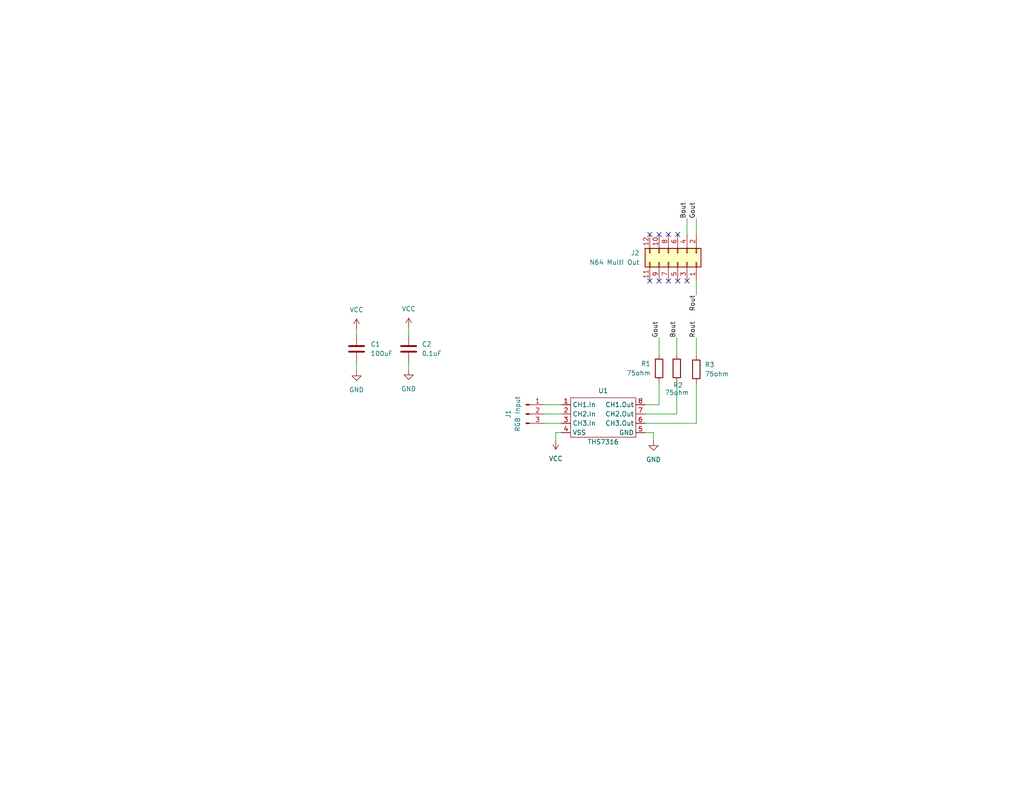
<source format=kicad_sch>
(kicad_sch (version 20230121) (generator eeschema)

  (uuid 41c0d797-cc42-4800-ae43-8325aa0e13f7)

  (paper "USLetter")

  (title_block
    (title "N64 RGB Bypass Amp")
    (date "2023-07-29")
    (rev "v1.0")
  )

  (lib_symbols
    (symbol "Connector:Conn_01x03_Pin" (pin_names (offset 1.016) hide) (in_bom yes) (on_board yes)
      (property "Reference" "J" (at 0 5.08 0)
        (effects (font (size 1.27 1.27)))
      )
      (property "Value" "Conn_01x03_Pin" (at 0 -5.08 0)
        (effects (font (size 1.27 1.27)))
      )
      (property "Footprint" "" (at 0 0 0)
        (effects (font (size 1.27 1.27)) hide)
      )
      (property "Datasheet" "~" (at 0 0 0)
        (effects (font (size 1.27 1.27)) hide)
      )
      (property "ki_locked" "" (at 0 0 0)
        (effects (font (size 1.27 1.27)))
      )
      (property "ki_keywords" "connector" (at 0 0 0)
        (effects (font (size 1.27 1.27)) hide)
      )
      (property "ki_description" "Generic connector, single row, 01x03, script generated" (at 0 0 0)
        (effects (font (size 1.27 1.27)) hide)
      )
      (property "ki_fp_filters" "Connector*:*_1x??_*" (at 0 0 0)
        (effects (font (size 1.27 1.27)) hide)
      )
      (symbol "Conn_01x03_Pin_1_1"
        (polyline
          (pts
            (xy 1.27 -2.54)
            (xy 0.8636 -2.54)
          )
          (stroke (width 0.1524) (type default))
          (fill (type none))
        )
        (polyline
          (pts
            (xy 1.27 0)
            (xy 0.8636 0)
          )
          (stroke (width 0.1524) (type default))
          (fill (type none))
        )
        (polyline
          (pts
            (xy 1.27 2.54)
            (xy 0.8636 2.54)
          )
          (stroke (width 0.1524) (type default))
          (fill (type none))
        )
        (rectangle (start 0.8636 -2.413) (end 0 -2.667)
          (stroke (width 0.1524) (type default))
          (fill (type outline))
        )
        (rectangle (start 0.8636 0.127) (end 0 -0.127)
          (stroke (width 0.1524) (type default))
          (fill (type outline))
        )
        (rectangle (start 0.8636 2.667) (end 0 2.413)
          (stroke (width 0.1524) (type default))
          (fill (type outline))
        )
        (pin passive line (at 5.08 2.54 180) (length 3.81)
          (name "Pin_1" (effects (font (size 1.27 1.27))))
          (number "1" (effects (font (size 1.27 1.27))))
        )
        (pin passive line (at 5.08 0 180) (length 3.81)
          (name "Pin_2" (effects (font (size 1.27 1.27))))
          (number "2" (effects (font (size 1.27 1.27))))
        )
        (pin passive line (at 5.08 -2.54 180) (length 3.81)
          (name "Pin_3" (effects (font (size 1.27 1.27))))
          (number "3" (effects (font (size 1.27 1.27))))
        )
      )
    )
    (symbol "Connector_Generic:Conn_02x06_Odd_Even" (pin_names (offset 1.016) hide) (in_bom yes) (on_board yes)
      (property "Reference" "J" (at 1.27 7.62 0)
        (effects (font (size 1.27 1.27)))
      )
      (property "Value" "Conn_02x06_Odd_Even" (at 1.27 -10.16 0)
        (effects (font (size 1.27 1.27)))
      )
      (property "Footprint" "" (at 0 0 0)
        (effects (font (size 1.27 1.27)) hide)
      )
      (property "Datasheet" "~" (at 0 0 0)
        (effects (font (size 1.27 1.27)) hide)
      )
      (property "ki_keywords" "connector" (at 0 0 0)
        (effects (font (size 1.27 1.27)) hide)
      )
      (property "ki_description" "Generic connector, double row, 02x06, odd/even pin numbering scheme (row 1 odd numbers, row 2 even numbers), script generated (kicad-library-utils/schlib/autogen/connector/)" (at 0 0 0)
        (effects (font (size 1.27 1.27)) hide)
      )
      (property "ki_fp_filters" "Connector*:*_2x??_*" (at 0 0 0)
        (effects (font (size 1.27 1.27)) hide)
      )
      (symbol "Conn_02x06_Odd_Even_1_1"
        (rectangle (start -1.27 -7.493) (end 0 -7.747)
          (stroke (width 0.1524) (type default))
          (fill (type none))
        )
        (rectangle (start -1.27 -4.953) (end 0 -5.207)
          (stroke (width 0.1524) (type default))
          (fill (type none))
        )
        (rectangle (start -1.27 -2.413) (end 0 -2.667)
          (stroke (width 0.1524) (type default))
          (fill (type none))
        )
        (rectangle (start -1.27 0.127) (end 0 -0.127)
          (stroke (width 0.1524) (type default))
          (fill (type none))
        )
        (rectangle (start -1.27 2.667) (end 0 2.413)
          (stroke (width 0.1524) (type default))
          (fill (type none))
        )
        (rectangle (start -1.27 5.207) (end 0 4.953)
          (stroke (width 0.1524) (type default))
          (fill (type none))
        )
        (rectangle (start -1.27 6.35) (end 3.81 -8.89)
          (stroke (width 0.254) (type default))
          (fill (type background))
        )
        (rectangle (start 3.81 -7.493) (end 2.54 -7.747)
          (stroke (width 0.1524) (type default))
          (fill (type none))
        )
        (rectangle (start 3.81 -4.953) (end 2.54 -5.207)
          (stroke (width 0.1524) (type default))
          (fill (type none))
        )
        (rectangle (start 3.81 -2.413) (end 2.54 -2.667)
          (stroke (width 0.1524) (type default))
          (fill (type none))
        )
        (rectangle (start 3.81 0.127) (end 2.54 -0.127)
          (stroke (width 0.1524) (type default))
          (fill (type none))
        )
        (rectangle (start 3.81 2.667) (end 2.54 2.413)
          (stroke (width 0.1524) (type default))
          (fill (type none))
        )
        (rectangle (start 3.81 5.207) (end 2.54 4.953)
          (stroke (width 0.1524) (type default))
          (fill (type none))
        )
        (pin passive line (at -5.08 5.08 0) (length 3.81)
          (name "Pin_1" (effects (font (size 1.27 1.27))))
          (number "1" (effects (font (size 1.27 1.27))))
        )
        (pin passive line (at 7.62 -5.08 180) (length 3.81)
          (name "Pin_10" (effects (font (size 1.27 1.27))))
          (number "10" (effects (font (size 1.27 1.27))))
        )
        (pin passive line (at -5.08 -7.62 0) (length 3.81)
          (name "Pin_11" (effects (font (size 1.27 1.27))))
          (number "11" (effects (font (size 1.27 1.27))))
        )
        (pin passive line (at 7.62 -7.62 180) (length 3.81)
          (name "Pin_12" (effects (font (size 1.27 1.27))))
          (number "12" (effects (font (size 1.27 1.27))))
        )
        (pin passive line (at 7.62 5.08 180) (length 3.81)
          (name "Pin_2" (effects (font (size 1.27 1.27))))
          (number "2" (effects (font (size 1.27 1.27))))
        )
        (pin passive line (at -5.08 2.54 0) (length 3.81)
          (name "Pin_3" (effects (font (size 1.27 1.27))))
          (number "3" (effects (font (size 1.27 1.27))))
        )
        (pin passive line (at 7.62 2.54 180) (length 3.81)
          (name "Pin_4" (effects (font (size 1.27 1.27))))
          (number "4" (effects (font (size 1.27 1.27))))
        )
        (pin passive line (at -5.08 0 0) (length 3.81)
          (name "Pin_5" (effects (font (size 1.27 1.27))))
          (number "5" (effects (font (size 1.27 1.27))))
        )
        (pin passive line (at 7.62 0 180) (length 3.81)
          (name "Pin_6" (effects (font (size 1.27 1.27))))
          (number "6" (effects (font (size 1.27 1.27))))
        )
        (pin passive line (at -5.08 -2.54 0) (length 3.81)
          (name "Pin_7" (effects (font (size 1.27 1.27))))
          (number "7" (effects (font (size 1.27 1.27))))
        )
        (pin passive line (at 7.62 -2.54 180) (length 3.81)
          (name "Pin_8" (effects (font (size 1.27 1.27))))
          (number "8" (effects (font (size 1.27 1.27))))
        )
        (pin passive line (at -5.08 -5.08 0) (length 3.81)
          (name "Pin_9" (effects (font (size 1.27 1.27))))
          (number "9" (effects (font (size 1.27 1.27))))
        )
      )
    )
    (symbol "Device:C" (pin_numbers hide) (pin_names (offset 0.254)) (in_bom yes) (on_board yes)
      (property "Reference" "C" (at 0.635 2.54 0)
        (effects (font (size 1.27 1.27)) (justify left))
      )
      (property "Value" "C" (at 0.635 -2.54 0)
        (effects (font (size 1.27 1.27)) (justify left))
      )
      (property "Footprint" "" (at 0.9652 -3.81 0)
        (effects (font (size 1.27 1.27)) hide)
      )
      (property "Datasheet" "~" (at 0 0 0)
        (effects (font (size 1.27 1.27)) hide)
      )
      (property "ki_keywords" "cap capacitor" (at 0 0 0)
        (effects (font (size 1.27 1.27)) hide)
      )
      (property "ki_description" "Unpolarized capacitor" (at 0 0 0)
        (effects (font (size 1.27 1.27)) hide)
      )
      (property "ki_fp_filters" "C_*" (at 0 0 0)
        (effects (font (size 1.27 1.27)) hide)
      )
      (symbol "C_0_1"
        (polyline
          (pts
            (xy -2.032 -0.762)
            (xy 2.032 -0.762)
          )
          (stroke (width 0.508) (type default))
          (fill (type none))
        )
        (polyline
          (pts
            (xy -2.032 0.762)
            (xy 2.032 0.762)
          )
          (stroke (width 0.508) (type default))
          (fill (type none))
        )
      )
      (symbol "C_1_1"
        (pin passive line (at 0 3.81 270) (length 2.794)
          (name "~" (effects (font (size 1.27 1.27))))
          (number "1" (effects (font (size 1.27 1.27))))
        )
        (pin passive line (at 0 -3.81 90) (length 2.794)
          (name "~" (effects (font (size 1.27 1.27))))
          (number "2" (effects (font (size 1.27 1.27))))
        )
      )
    )
    (symbol "Device:R" (pin_numbers hide) (pin_names (offset 0)) (in_bom yes) (on_board yes)
      (property "Reference" "R" (at 2.032 0 90)
        (effects (font (size 1.27 1.27)))
      )
      (property "Value" "R" (at 0 0 90)
        (effects (font (size 1.27 1.27)))
      )
      (property "Footprint" "" (at -1.778 0 90)
        (effects (font (size 1.27 1.27)) hide)
      )
      (property "Datasheet" "~" (at 0 0 0)
        (effects (font (size 1.27 1.27)) hide)
      )
      (property "ki_keywords" "R res resistor" (at 0 0 0)
        (effects (font (size 1.27 1.27)) hide)
      )
      (property "ki_description" "Resistor" (at 0 0 0)
        (effects (font (size 1.27 1.27)) hide)
      )
      (property "ki_fp_filters" "R_*" (at 0 0 0)
        (effects (font (size 1.27 1.27)) hide)
      )
      (symbol "R_0_1"
        (rectangle (start -1.016 -2.54) (end 1.016 2.54)
          (stroke (width 0.254) (type default))
          (fill (type none))
        )
      )
      (symbol "R_1_1"
        (pin passive line (at 0 3.81 270) (length 1.27)
          (name "~" (effects (font (size 1.27 1.27))))
          (number "1" (effects (font (size 1.27 1.27))))
        )
        (pin passive line (at 0 -3.81 90) (length 1.27)
          (name "~" (effects (font (size 1.27 1.27))))
          (number "2" (effects (font (size 1.27 1.27))))
        )
      )
    )
    (symbol "THS7316:THS7316" (in_bom yes) (on_board yes)
      (property "Reference" "U1" (at 0 13.97 0)
        (effects (font (size 1.27 1.27)))
      )
      (property "Value" "THS7316" (at 0 0 0)
        (effects (font (size 1.27 1.27)))
      )
      (property "Footprint" "" (at 0 0 0)
        (effects (font (size 1.27 1.27)) hide)
      )
      (property "Datasheet" "" (at 0 0 0)
        (effects (font (size 1.27 1.27)) hide)
      )
      (symbol "THS7316_0_1"
        (polyline
          (pts
            (xy -8.89 12.065)
            (xy 8.89 12.065)
            (xy 8.89 1.27)
            (xy -8.89 1.27)
            (xy -8.89 12.065)
          )
          (stroke (width 0) (type default))
          (fill (type none))
        )
      )
      (symbol "THS7316_1_1"
        (pin input line (at -11.43 10.16 0) (length 2.54)
          (name "CH1.In" (effects (font (size 1.27 1.27))))
          (number "1" (effects (font (size 1.27 1.27))))
        )
        (pin input line (at -11.43 7.62 0) (length 2.54)
          (name "CH2.In" (effects (font (size 1.27 1.27))))
          (number "2" (effects (font (size 1.27 1.27))))
        )
        (pin input line (at -11.43 5.08 0) (length 2.54)
          (name "CH3.In" (effects (font (size 1.27 1.27))))
          (number "3" (effects (font (size 1.27 1.27))))
        )
        (pin input line (at -11.43 2.54 0) (length 2.54)
          (name "VSS" (effects (font (size 1.27 1.27))))
          (number "4" (effects (font (size 1.27 1.27))))
        )
        (pin output line (at 11.43 2.54 180) (length 2.54)
          (name "GND" (effects (font (size 1.27 1.27))))
          (number "5" (effects (font (size 1.27 1.27))))
        )
        (pin output line (at 11.43 5.08 180) (length 2.54)
          (name "CH3.Out" (effects (font (size 1.27 1.27))))
          (number "6" (effects (font (size 1.27 1.27))))
        )
        (pin output line (at 11.43 7.62 180) (length 2.54)
          (name "CH2.Out" (effects (font (size 1.27 1.27))))
          (number "7" (effects (font (size 1.27 1.27))))
        )
        (pin output line (at 11.43 10.16 180) (length 2.54)
          (name "CH1.Out" (effects (font (size 1.27 1.27))))
          (number "8" (effects (font (size 1.27 1.27))))
        )
      )
    )
    (symbol "power:GND" (power) (pin_names (offset 0)) (in_bom yes) (on_board yes)
      (property "Reference" "#PWR" (at 0 -6.35 0)
        (effects (font (size 1.27 1.27)) hide)
      )
      (property "Value" "GND" (at 0 -3.81 0)
        (effects (font (size 1.27 1.27)))
      )
      (property "Footprint" "" (at 0 0 0)
        (effects (font (size 1.27 1.27)) hide)
      )
      (property "Datasheet" "" (at 0 0 0)
        (effects (font (size 1.27 1.27)) hide)
      )
      (property "ki_keywords" "global power" (at 0 0 0)
        (effects (font (size 1.27 1.27)) hide)
      )
      (property "ki_description" "Power symbol creates a global label with name \"GND\" , ground" (at 0 0 0)
        (effects (font (size 1.27 1.27)) hide)
      )
      (symbol "GND_0_1"
        (polyline
          (pts
            (xy 0 0)
            (xy 0 -1.27)
            (xy 1.27 -1.27)
            (xy 0 -2.54)
            (xy -1.27 -1.27)
            (xy 0 -1.27)
          )
          (stroke (width 0) (type default))
          (fill (type none))
        )
      )
      (symbol "GND_1_1"
        (pin power_in line (at 0 0 270) (length 0) hide
          (name "GND" (effects (font (size 1.27 1.27))))
          (number "1" (effects (font (size 1.27 1.27))))
        )
      )
    )
    (symbol "power:VCC" (power) (pin_names (offset 0)) (in_bom yes) (on_board yes)
      (property "Reference" "#PWR" (at 0 -3.81 0)
        (effects (font (size 1.27 1.27)) hide)
      )
      (property "Value" "VCC" (at 0 3.81 0)
        (effects (font (size 1.27 1.27)))
      )
      (property "Footprint" "" (at 0 0 0)
        (effects (font (size 1.27 1.27)) hide)
      )
      (property "Datasheet" "" (at 0 0 0)
        (effects (font (size 1.27 1.27)) hide)
      )
      (property "ki_keywords" "global power" (at 0 0 0)
        (effects (font (size 1.27 1.27)) hide)
      )
      (property "ki_description" "Power symbol creates a global label with name \"VCC\"" (at 0 0 0)
        (effects (font (size 1.27 1.27)) hide)
      )
      (symbol "VCC_0_1"
        (polyline
          (pts
            (xy -0.762 1.27)
            (xy 0 2.54)
          )
          (stroke (width 0) (type default))
          (fill (type none))
        )
        (polyline
          (pts
            (xy 0 0)
            (xy 0 2.54)
          )
          (stroke (width 0) (type default))
          (fill (type none))
        )
        (polyline
          (pts
            (xy 0 2.54)
            (xy 0.762 1.27)
          )
          (stroke (width 0) (type default))
          (fill (type none))
        )
      )
      (symbol "VCC_1_1"
        (pin power_in line (at 0 0 90) (length 0) hide
          (name "VCC" (effects (font (size 1.27 1.27))))
          (number "1" (effects (font (size 1.27 1.27))))
        )
      )
    )
  )


  (no_connect (at 177.292 76.708) (uuid 20f7d51b-a285-4878-aee4-aab97d9309bf))
  (no_connect (at 187.452 76.708) (uuid 7e210701-b055-46c3-94b2-6dd6d995ab3e))
  (no_connect (at 184.912 76.708) (uuid 8779f12c-312a-4faa-bbdd-15c4a267d09b))
  (no_connect (at 182.372 76.708) (uuid b33d0ab9-fad6-4302-81e2-80e352a1b7e8))
  (no_connect (at 177.292 64.008) (uuid b760b5f0-684b-42e9-bfe2-d55add9d7358))
  (no_connect (at 179.832 76.708) (uuid bccaec70-84d6-4994-bcb4-928535776e8a))
  (no_connect (at 184.912 64.008) (uuid c16a1815-f0ed-44e2-ac94-e546dd80c3fc))
  (no_connect (at 179.832 64.008) (uuid d191f6bf-2288-4dd6-9692-59d5b27ded97))
  (no_connect (at 182.372 64.008) (uuid f122e808-9334-42e8-bdf2-73241ade7797))

  (wire (pts (xy 189.992 76.708) (xy 189.992 80.518))
    (stroke (width 0) (type default))
    (uuid 58bf1fc4-ceea-49ad-83d7-2554b22b8057)
  )
  (wire (pts (xy 179.832 92.202) (xy 179.832 96.774))
    (stroke (width 0) (type default))
    (uuid 6f3644b2-9716-4e0f-ae3d-f157986edfea)
  )
  (wire (pts (xy 153.162 110.49) (xy 148.59 110.49))
    (stroke (width 0) (type default))
    (uuid 749bbf5b-fbc5-4897-a272-d31633deeb28)
  )
  (wire (pts (xy 187.452 59.69) (xy 187.452 64.008))
    (stroke (width 0) (type default))
    (uuid 762e30c1-9fe5-4bf2-bb96-caaad776efe1)
  )
  (wire (pts (xy 176.022 115.57) (xy 189.992 115.57))
    (stroke (width 0) (type default))
    (uuid 77e16c47-08c4-453b-9b90-23067d766157)
  )
  (wire (pts (xy 176.022 113.03) (xy 184.658 113.03))
    (stroke (width 0) (type default))
    (uuid 78c12d67-08e7-485e-94db-493f737f7038)
  )
  (wire (pts (xy 151.638 118.11) (xy 151.638 120.142))
    (stroke (width 0) (type default))
    (uuid 7a1f5c80-e185-4056-a2f8-5e1d23ca3ca1)
  )
  (wire (pts (xy 184.658 104.394) (xy 184.658 113.03))
    (stroke (width 0) (type default))
    (uuid 7e13bd8b-1fcb-4268-9ab0-32b30c58360c)
  )
  (wire (pts (xy 111.506 101.092) (xy 111.506 99.06))
    (stroke (width 0) (type default))
    (uuid a00ae29d-91b9-461d-b336-4064e98aa23d)
  )
  (wire (pts (xy 97.282 89.662) (xy 97.282 91.44))
    (stroke (width 0) (type default))
    (uuid a0b1eb38-c722-471e-8436-2114d4fc730f)
  )
  (wire (pts (xy 153.162 118.11) (xy 151.638 118.11))
    (stroke (width 0) (type default))
    (uuid a203b75e-a721-4998-af50-5387b3757749)
  )
  (wire (pts (xy 184.658 92.202) (xy 184.658 96.774))
    (stroke (width 0) (type default))
    (uuid a9f26a99-615f-4b49-bce4-7d811efaa0cd)
  )
  (wire (pts (xy 148.59 113.03) (xy 153.162 113.03))
    (stroke (width 0) (type default))
    (uuid b1c870ca-61a8-4f6b-8b0e-16222ec6572e)
  )
  (wire (pts (xy 176.022 118.11) (xy 178.308 118.11))
    (stroke (width 0) (type default))
    (uuid be055a54-52be-448d-b099-a4cc6a8708ab)
  )
  (wire (pts (xy 176.022 110.49) (xy 179.832 110.49))
    (stroke (width 0) (type default))
    (uuid c16b7803-f76f-42a5-8c54-e331a42ed665)
  )
  (wire (pts (xy 189.992 92.202) (xy 189.992 97.028))
    (stroke (width 0) (type default))
    (uuid c189cc5c-887a-4aa6-8590-a482115a5137)
  )
  (wire (pts (xy 97.282 101.346) (xy 97.282 99.06))
    (stroke (width 0) (type default))
    (uuid d03d34ac-77ea-4804-95ef-16323104f62b)
  )
  (wire (pts (xy 179.832 110.49) (xy 179.832 104.394))
    (stroke (width 0) (type default))
    (uuid d58e1e0d-1bb9-4ded-94f3-0f43bc311330)
  )
  (wire (pts (xy 111.506 89.408) (xy 111.506 91.44))
    (stroke (width 0) (type default))
    (uuid db692115-b310-4ec9-8b2a-745848538fa3)
  )
  (wire (pts (xy 153.162 115.57) (xy 148.59 115.57))
    (stroke (width 0) (type default))
    (uuid e78a1293-1e55-45c2-bda4-0d60a450c333)
  )
  (wire (pts (xy 178.308 118.11) (xy 178.308 120.396))
    (stroke (width 0) (type default))
    (uuid f3e54db5-be39-4eb1-b05f-18cffafa0473)
  )
  (wire (pts (xy 189.992 59.69) (xy 189.992 64.008))
    (stroke (width 0) (type default))
    (uuid f981c96f-f412-408c-b80e-9eb05071a4e9)
  )
  (wire (pts (xy 189.992 115.57) (xy 189.992 104.648))
    (stroke (width 0) (type default))
    (uuid fa4db527-bd06-4f98-b3f1-5d79881a56a9)
  )

  (label "Bout" (at 184.658 92.202 90) (fields_autoplaced)
    (effects (font (size 1.27 1.27)) (justify left bottom))
    (uuid 249da08f-ca77-4d2b-9e31-46a78d4b4eb8)
  )
  (label "Gout" (at 189.992 59.69 90) (fields_autoplaced)
    (effects (font (size 1.27 1.27)) (justify left bottom))
    (uuid 2bb7058c-d4f8-4809-b2a9-11f88072e0b4)
  )
  (label "Bout" (at 187.452 59.69 90) (fields_autoplaced)
    (effects (font (size 1.27 1.27)) (justify left bottom))
    (uuid 6460b400-385e-4064-9f8c-01caac22bb00)
  )
  (label "Rout" (at 189.992 92.202 90) (fields_autoplaced)
    (effects (font (size 1.27 1.27)) (justify left bottom))
    (uuid 64eb60df-f6b5-4848-8c59-4121a13fea72)
  )
  (label "Gout" (at 179.832 92.202 90) (fields_autoplaced)
    (effects (font (size 1.27 1.27)) (justify left bottom))
    (uuid b73ce521-08b3-4bad-bb03-31954bef3233)
  )
  (label "Rout" (at 189.992 80.518 270) (fields_autoplaced)
    (effects (font (size 1.27 1.27)) (justify right bottom))
    (uuid dc703275-4c33-4c7a-beb8-bfa429dad51c)
  )

  (symbol (lib_id "power:GND") (at 111.506 101.092 0) (unit 1)
    (in_bom yes) (on_board yes) (dnp no) (fields_autoplaced)
    (uuid 467051bd-1742-4e83-b060-8bca213b1e7f)
    (property "Reference" "#PWR06" (at 111.506 107.442 0)
      (effects (font (size 1.27 1.27)) hide)
    )
    (property "Value" "GND" (at 111.506 106.172 0)
      (effects (font (size 1.27 1.27)))
    )
    (property "Footprint" "" (at 111.506 101.092 0)
      (effects (font (size 1.27 1.27)) hide)
    )
    (property "Datasheet" "" (at 111.506 101.092 0)
      (effects (font (size 1.27 1.27)) hide)
    )
    (pin "1" (uuid 989acfc1-b97a-42a6-a2df-f465b935a10a))
    (instances
      (project "n64_rgb_amp"
        (path "/41c0d797-cc42-4800-ae43-8325aa0e13f7"
          (reference "#PWR06") (unit 1)
        )
      )
    )
  )

  (symbol (lib_id "Device:C") (at 97.282 95.25 0) (unit 1)
    (in_bom yes) (on_board yes) (dnp no) (fields_autoplaced)
    (uuid 6d4eac02-2318-4f6a-b7a8-8613b657f491)
    (property "Reference" "C1" (at 101.092 93.98 0)
      (effects (font (size 1.27 1.27)) (justify left))
    )
    (property "Value" "100uF" (at 101.092 96.52 0)
      (effects (font (size 1.27 1.27)) (justify left))
    )
    (property "Footprint" "" (at 98.2472 99.06 0)
      (effects (font (size 1.27 1.27)) hide)
    )
    (property "Datasheet" "~" (at 97.282 95.25 0)
      (effects (font (size 1.27 1.27)) hide)
    )
    (pin "1" (uuid 7edda36a-cfe3-4890-8eb8-71ffe64d4403))
    (pin "2" (uuid 6a6c5305-afb4-4ae8-8b71-99d009016b37))
    (instances
      (project "n64_rgb_amp"
        (path "/41c0d797-cc42-4800-ae43-8325aa0e13f7"
          (reference "C1") (unit 1)
        )
      )
    )
  )

  (symbol (lib_id "THS7316:THS7316") (at 164.592 120.65 0) (unit 1)
    (in_bom yes) (on_board yes) (dnp no) (fields_autoplaced)
    (uuid 73d70883-5c86-4ea9-bea3-3a83d1d43794)
    (property "Reference" "U1" (at 164.592 106.68 0)
      (effects (font (size 1.27 1.27)))
    )
    (property "Value" "THS7316" (at 164.592 120.65 0)
      (effects (font (size 1.27 1.27)))
    )
    (property "Footprint" "" (at 164.592 120.65 0)
      (effects (font (size 1.27 1.27)) hide)
    )
    (property "Datasheet" "" (at 164.592 120.65 0)
      (effects (font (size 1.27 1.27)) hide)
    )
    (pin "1" (uuid 5c6d6117-2426-4186-983b-f02d7a16a1d3))
    (pin "2" (uuid 505adbe3-accb-4382-b12a-04c8ccf2310f))
    (pin "3" (uuid 77c97f7c-6638-454b-8b3f-d33ad903a405))
    (pin "4" (uuid ef97c600-aeec-4d45-81ae-741d16809676))
    (pin "5" (uuid 2c22261f-df60-4a04-b55f-94d5cb387585))
    (pin "6" (uuid c4a11e31-138c-46e9-a2d6-00502bd3dba0))
    (pin "7" (uuid 03537ae1-a001-4a1a-9c60-41dfcff91b27))
    (pin "8" (uuid 730d042c-d325-4b46-b259-572b7f5778d8))
    (instances
      (project "n64_rgb_amp"
        (path "/41c0d797-cc42-4800-ae43-8325aa0e13f7"
          (reference "U1") (unit 1)
        )
      )
    )
  )

  (symbol (lib_id "power:VCC") (at 111.506 89.408 0) (unit 1)
    (in_bom yes) (on_board yes) (dnp no) (fields_autoplaced)
    (uuid 883c814a-b15f-4429-a257-3c885dc2fee5)
    (property "Reference" "#PWR04" (at 111.506 93.218 0)
      (effects (font (size 1.27 1.27)) hide)
    )
    (property "Value" "VCC" (at 111.506 84.328 0)
      (effects (font (size 1.27 1.27)))
    )
    (property "Footprint" "" (at 111.506 89.408 0)
      (effects (font (size 1.27 1.27)) hide)
    )
    (property "Datasheet" "" (at 111.506 89.408 0)
      (effects (font (size 1.27 1.27)) hide)
    )
    (pin "1" (uuid fdb18037-b264-4e68-805c-8d5f902f798d))
    (instances
      (project "n64_rgb_amp"
        (path "/41c0d797-cc42-4800-ae43-8325aa0e13f7"
          (reference "#PWR04") (unit 1)
        )
      )
    )
  )

  (symbol (lib_id "Device:R") (at 189.992 100.838 0) (unit 1)
    (in_bom yes) (on_board yes) (dnp no) (fields_autoplaced)
    (uuid 9003814f-ce1c-44d8-8873-5984f8ee4303)
    (property "Reference" "R3" (at 192.278 99.568 0)
      (effects (font (size 1.27 1.27)) (justify left))
    )
    (property "Value" "75ohm" (at 192.278 102.108 0)
      (effects (font (size 1.27 1.27)) (justify left))
    )
    (property "Footprint" "" (at 188.214 100.838 90)
      (effects (font (size 1.27 1.27)) hide)
    )
    (property "Datasheet" "~" (at 189.992 100.838 0)
      (effects (font (size 1.27 1.27)) hide)
    )
    (pin "1" (uuid c9b28156-70a2-4669-9d03-5119387d1d16))
    (pin "2" (uuid 3eef9d9d-3a55-460f-a0d7-c3af8579e3bd))
    (instances
      (project "n64_rgb_amp"
        (path "/41c0d797-cc42-4800-ae43-8325aa0e13f7"
          (reference "R3") (unit 1)
        )
      )
    )
  )

  (symbol (lib_id "Connector:Conn_01x03_Pin") (at 143.51 113.03 0) (unit 1)
    (in_bom yes) (on_board yes) (dnp no)
    (uuid 9a17605b-8d11-4225-b6b9-c138c38d2782)
    (property "Reference" "J1" (at 138.684 113.03 90)
      (effects (font (size 1.27 1.27)))
    )
    (property "Value" "RGB Input" (at 141.224 113.03 90)
      (effects (font (size 1.27 1.27)))
    )
    (property "Footprint" "" (at 143.51 113.03 0)
      (effects (font (size 1.27 1.27)) hide)
    )
    (property "Datasheet" "~" (at 143.51 113.03 0)
      (effects (font (size 1.27 1.27)) hide)
    )
    (pin "1" (uuid d124c095-eb57-4779-abf7-e3fe224238ae))
    (pin "2" (uuid 05d429c8-714a-47f6-b642-9d377ab3ed11))
    (pin "3" (uuid a0812fa6-f485-49f7-8a1b-68531028a9f9))
    (instances
      (project "n64_rgb_amp"
        (path "/41c0d797-cc42-4800-ae43-8325aa0e13f7"
          (reference "J1") (unit 1)
        )
      )
    )
  )

  (symbol (lib_id "Device:R") (at 179.832 100.584 0) (mirror x) (unit 1)
    (in_bom yes) (on_board yes) (dnp no)
    (uuid 9ca4fb83-2ee1-42d8-8ecc-804247128227)
    (property "Reference" "R1" (at 177.546 99.314 0)
      (effects (font (size 1.27 1.27)) (justify right))
    )
    (property "Value" "75ohm" (at 177.546 101.854 0)
      (effects (font (size 1.27 1.27)) (justify right))
    )
    (property "Footprint" "" (at 178.054 100.584 90)
      (effects (font (size 1.27 1.27)) hide)
    )
    (property "Datasheet" "~" (at 179.832 100.584 0)
      (effects (font (size 1.27 1.27)) hide)
    )
    (pin "1" (uuid f11d8f2e-2cba-4037-9c56-e6a4f5ca54d7))
    (pin "2" (uuid cd0f3933-525c-4725-b219-792d07d55a53))
    (instances
      (project "n64_rgb_amp"
        (path "/41c0d797-cc42-4800-ae43-8325aa0e13f7"
          (reference "R1") (unit 1)
        )
      )
    )
  )

  (symbol (lib_id "power:GND") (at 178.308 120.396 0) (unit 1)
    (in_bom yes) (on_board yes) (dnp no) (fields_autoplaced)
    (uuid a9628ae6-9d57-4c58-bcb5-284146faffb4)
    (property "Reference" "#PWR02" (at 178.308 126.746 0)
      (effects (font (size 1.27 1.27)) hide)
    )
    (property "Value" "GND" (at 178.308 125.476 0)
      (effects (font (size 1.27 1.27)))
    )
    (property "Footprint" "" (at 178.308 120.396 0)
      (effects (font (size 1.27 1.27)) hide)
    )
    (property "Datasheet" "" (at 178.308 120.396 0)
      (effects (font (size 1.27 1.27)) hide)
    )
    (pin "1" (uuid 361c1bac-65a7-404b-8689-8329e24a95e8))
    (instances
      (project "n64_rgb_amp"
        (path "/41c0d797-cc42-4800-ae43-8325aa0e13f7"
          (reference "#PWR02") (unit 1)
        )
      )
    )
  )

  (symbol (lib_id "Device:R") (at 184.658 100.584 180) (unit 1)
    (in_bom yes) (on_board yes) (dnp no)
    (uuid ad326f14-1cb6-4322-b6af-9a3c24d858fe)
    (property "Reference" "R2" (at 183.642 105.156 0)
      (effects (font (size 1.27 1.27)) (justify right))
    )
    (property "Value" "75ohm" (at 181.356 107.188 0)
      (effects (font (size 1.27 1.27)) (justify right))
    )
    (property "Footprint" "" (at 186.436 100.584 90)
      (effects (font (size 1.27 1.27)) hide)
    )
    (property "Datasheet" "~" (at 184.658 100.584 0)
      (effects (font (size 1.27 1.27)) hide)
    )
    (pin "1" (uuid 76919bd2-befd-4f94-9096-11896314f42c))
    (pin "2" (uuid 1b28c9ca-134c-4f1f-affa-c1abf6f63def))
    (instances
      (project "n64_rgb_amp"
        (path "/41c0d797-cc42-4800-ae43-8325aa0e13f7"
          (reference "R2") (unit 1)
        )
      )
    )
  )

  (symbol (lib_id "Device:C") (at 111.506 95.25 0) (unit 1)
    (in_bom yes) (on_board yes) (dnp no) (fields_autoplaced)
    (uuid e595c294-2daa-4296-a90b-d95914f4d108)
    (property "Reference" "C2" (at 115.062 93.98 0)
      (effects (font (size 1.27 1.27)) (justify left))
    )
    (property "Value" "0.1uF" (at 115.062 96.52 0)
      (effects (font (size 1.27 1.27)) (justify left))
    )
    (property "Footprint" "" (at 112.4712 99.06 0)
      (effects (font (size 1.27 1.27)) hide)
    )
    (property "Datasheet" "~" (at 111.506 95.25 0)
      (effects (font (size 1.27 1.27)) hide)
    )
    (pin "1" (uuid 6cacd0db-693c-453c-a985-47639fd86fc7))
    (pin "2" (uuid bd23b0a0-d9f1-4cd9-97fa-a4ae2156209b))
    (instances
      (project "n64_rgb_amp"
        (path "/41c0d797-cc42-4800-ae43-8325aa0e13f7"
          (reference "C2") (unit 1)
        )
      )
    )
  )

  (symbol (lib_id "power:VCC") (at 97.282 89.662 0) (unit 1)
    (in_bom yes) (on_board yes) (dnp no) (fields_autoplaced)
    (uuid e6d08236-48eb-4302-a262-5f7927cb4bfe)
    (property "Reference" "#PWR03" (at 97.282 93.472 0)
      (effects (font (size 1.27 1.27)) hide)
    )
    (property "Value" "VCC" (at 97.282 84.582 0)
      (effects (font (size 1.27 1.27)))
    )
    (property "Footprint" "" (at 97.282 89.662 0)
      (effects (font (size 1.27 1.27)) hide)
    )
    (property "Datasheet" "" (at 97.282 89.662 0)
      (effects (font (size 1.27 1.27)) hide)
    )
    (pin "1" (uuid 63122048-a5d7-46bf-b13d-e78cc9114081))
    (instances
      (project "n64_rgb_amp"
        (path "/41c0d797-cc42-4800-ae43-8325aa0e13f7"
          (reference "#PWR03") (unit 1)
        )
      )
    )
  )

  (symbol (lib_id "Connector_Generic:Conn_02x06_Odd_Even") (at 184.912 71.628 270) (mirror x) (unit 1)
    (in_bom yes) (on_board yes) (dnp no)
    (uuid e87c47b8-929c-441e-b648-e81820be12d2)
    (property "Reference" "J2" (at 174.498 69.088 90)
      (effects (font (size 1.27 1.27)) (justify right))
    )
    (property "Value" "N64 Multi Out" (at 174.498 71.628 90)
      (effects (font (size 1.27 1.27)) (justify right))
    )
    (property "Footprint" "" (at 184.912 71.628 0)
      (effects (font (size 1.27 1.27)) hide)
    )
    (property "Datasheet" "~" (at 184.912 71.628 0)
      (effects (font (size 1.27 1.27)) hide)
    )
    (pin "1" (uuid 5b0fd781-a357-4ae0-b058-266aaa536a0e))
    (pin "10" (uuid 49747bcd-5b78-4ba6-bb1e-8e6954a40f0d))
    (pin "11" (uuid 240c3275-0e26-40e5-b944-0cc62115bda6))
    (pin "12" (uuid ecaae1d3-b937-44b7-8279-dbdea66db0db))
    (pin "2" (uuid 4663367b-9610-4ce9-b668-da8f1242899c))
    (pin "3" (uuid f19718a9-68f0-416b-add0-1b0713ee8f32))
    (pin "4" (uuid a346c278-1835-446b-af1d-2f255b4be561))
    (pin "5" (uuid ebe3c6bc-5a80-4780-8da2-2862da60ca55))
    (pin "6" (uuid a6a34f47-61f3-4dab-9165-331202d7311c))
    (pin "7" (uuid 1ad6c92d-2d06-48bd-8ffb-45484c13579a))
    (pin "8" (uuid 0fbe640d-2fbf-4c39-b6ae-972836529ede))
    (pin "9" (uuid a5c9c87c-ccc6-4772-8c77-ab854a7be4cf))
    (instances
      (project "n64_rgb_amp"
        (path "/41c0d797-cc42-4800-ae43-8325aa0e13f7"
          (reference "J2") (unit 1)
        )
      )
    )
  )

  (symbol (lib_id "power:GND") (at 97.282 101.346 0) (unit 1)
    (in_bom yes) (on_board yes) (dnp no) (fields_autoplaced)
    (uuid f1396532-2f1f-485e-9bce-05a97604a17a)
    (property "Reference" "#PWR05" (at 97.282 107.696 0)
      (effects (font (size 1.27 1.27)) hide)
    )
    (property "Value" "GND" (at 97.282 106.426 0)
      (effects (font (size 1.27 1.27)))
    )
    (property "Footprint" "" (at 97.282 101.346 0)
      (effects (font (size 1.27 1.27)) hide)
    )
    (property "Datasheet" "" (at 97.282 101.346 0)
      (effects (font (size 1.27 1.27)) hide)
    )
    (pin "1" (uuid 363e3807-fa73-49f9-8465-5245c020fc2b))
    (instances
      (project "n64_rgb_amp"
        (path "/41c0d797-cc42-4800-ae43-8325aa0e13f7"
          (reference "#PWR05") (unit 1)
        )
      )
    )
  )

  (symbol (lib_id "power:VCC") (at 151.638 120.142 180) (unit 1)
    (in_bom yes) (on_board yes) (dnp no) (fields_autoplaced)
    (uuid fab352d6-d84b-43a6-9df4-984d2a60d654)
    (property "Reference" "#PWR01" (at 151.638 116.332 0)
      (effects (font (size 1.27 1.27)) hide)
    )
    (property "Value" "VCC" (at 151.638 125.222 0)
      (effects (font (size 1.27 1.27)))
    )
    (property "Footprint" "" (at 151.638 120.142 0)
      (effects (font (size 1.27 1.27)) hide)
    )
    (property "Datasheet" "" (at 151.638 120.142 0)
      (effects (font (size 1.27 1.27)) hide)
    )
    (pin "1" (uuid 6ec492fd-d35b-4ab8-a64a-c26bbcda6f40))
    (instances
      (project "n64_rgb_amp"
        (path "/41c0d797-cc42-4800-ae43-8325aa0e13f7"
          (reference "#PWR01") (unit 1)
        )
      )
    )
  )

  (sheet_instances
    (path "/" (page "1"))
  )
)

</source>
